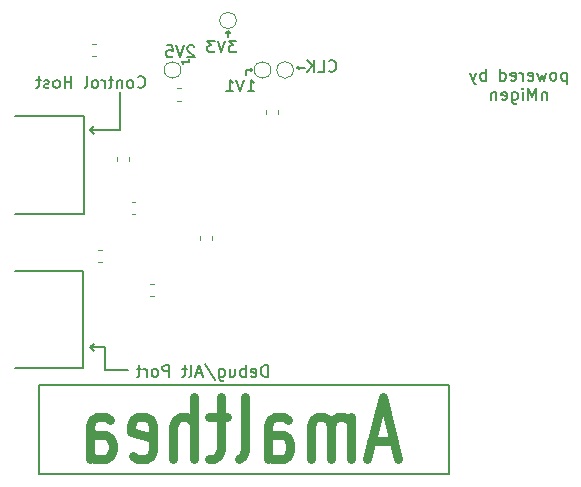
<source format=gbo>
G04 #@! TF.GenerationSoftware,KiCad,Pcbnew,5.1.5-52549c5~84~ubuntu18.04.1*
G04 #@! TF.CreationDate,2020-04-21T12:23:25+01:00*
G04 #@! TF.ProjectId,amalthea_rev0,616d616c-7468-4656-915f-726576302e6b,rev?*
G04 #@! TF.SameCoordinates,Original*
G04 #@! TF.FileFunction,Legend,Bot*
G04 #@! TF.FilePolarity,Positive*
%FSLAX46Y46*%
G04 Gerber Fmt 4.6, Leading zero omitted, Abs format (unit mm)*
G04 Created by KiCad (PCBNEW 5.1.5-52549c5~84~ubuntu18.04.1) date 2020-04-21 12:23:25*
%MOMM*%
%LPD*%
G04 APERTURE LIST*
%ADD10C,0.203200*%
%ADD11C,0.150000*%
%ADD12C,0.750000*%
%ADD13C,0.120000*%
G04 APERTURE END LIST*
D10*
X110250000Y-73700000D02*
X110100000Y-73550000D01*
X109950000Y-73700000D02*
X110250000Y-73700000D01*
X110100000Y-73550000D02*
X109950000Y-73700000D01*
X110100000Y-73600000D02*
X110100000Y-74050000D01*
D11*
X138770809Y-77065714D02*
X138770809Y-78065714D01*
X138770809Y-77113333D02*
X138675571Y-77065714D01*
X138485095Y-77065714D01*
X138389857Y-77113333D01*
X138342238Y-77160952D01*
X138294619Y-77256190D01*
X138294619Y-77541904D01*
X138342238Y-77637142D01*
X138389857Y-77684761D01*
X138485095Y-77732380D01*
X138675571Y-77732380D01*
X138770809Y-77684761D01*
X137723190Y-77732380D02*
X137818428Y-77684761D01*
X137866047Y-77637142D01*
X137913666Y-77541904D01*
X137913666Y-77256190D01*
X137866047Y-77160952D01*
X137818428Y-77113333D01*
X137723190Y-77065714D01*
X137580333Y-77065714D01*
X137485095Y-77113333D01*
X137437476Y-77160952D01*
X137389857Y-77256190D01*
X137389857Y-77541904D01*
X137437476Y-77637142D01*
X137485095Y-77684761D01*
X137580333Y-77732380D01*
X137723190Y-77732380D01*
X137056523Y-77065714D02*
X136866047Y-77732380D01*
X136675571Y-77256190D01*
X136485095Y-77732380D01*
X136294619Y-77065714D01*
X135532714Y-77684761D02*
X135627952Y-77732380D01*
X135818428Y-77732380D01*
X135913666Y-77684761D01*
X135961285Y-77589523D01*
X135961285Y-77208571D01*
X135913666Y-77113333D01*
X135818428Y-77065714D01*
X135627952Y-77065714D01*
X135532714Y-77113333D01*
X135485095Y-77208571D01*
X135485095Y-77303809D01*
X135961285Y-77399047D01*
X135056523Y-77732380D02*
X135056523Y-77065714D01*
X135056523Y-77256190D02*
X135008904Y-77160952D01*
X134961285Y-77113333D01*
X134866047Y-77065714D01*
X134770809Y-77065714D01*
X134056523Y-77684761D02*
X134151761Y-77732380D01*
X134342238Y-77732380D01*
X134437476Y-77684761D01*
X134485095Y-77589523D01*
X134485095Y-77208571D01*
X134437476Y-77113333D01*
X134342238Y-77065714D01*
X134151761Y-77065714D01*
X134056523Y-77113333D01*
X134008904Y-77208571D01*
X134008904Y-77303809D01*
X134485095Y-77399047D01*
X133151761Y-77732380D02*
X133151761Y-76732380D01*
X133151761Y-77684761D02*
X133247000Y-77732380D01*
X133437476Y-77732380D01*
X133532714Y-77684761D01*
X133580333Y-77637142D01*
X133627952Y-77541904D01*
X133627952Y-77256190D01*
X133580333Y-77160952D01*
X133532714Y-77113333D01*
X133437476Y-77065714D01*
X133247000Y-77065714D01*
X133151761Y-77113333D01*
X131913666Y-77732380D02*
X131913666Y-76732380D01*
X131913666Y-77113333D02*
X131818428Y-77065714D01*
X131627952Y-77065714D01*
X131532714Y-77113333D01*
X131485095Y-77160952D01*
X131437476Y-77256190D01*
X131437476Y-77541904D01*
X131485095Y-77637142D01*
X131532714Y-77684761D01*
X131627952Y-77732380D01*
X131818428Y-77732380D01*
X131913666Y-77684761D01*
X131104142Y-77065714D02*
X130866047Y-77732380D01*
X130627952Y-77065714D02*
X130866047Y-77732380D01*
X130961285Y-77970476D01*
X131008904Y-78018095D01*
X131104142Y-78065714D01*
X137104142Y-78715714D02*
X137104142Y-79382380D01*
X137104142Y-78810952D02*
X137056523Y-78763333D01*
X136961285Y-78715714D01*
X136818428Y-78715714D01*
X136723190Y-78763333D01*
X136675571Y-78858571D01*
X136675571Y-79382380D01*
X136199380Y-79382380D02*
X136199380Y-78382380D01*
X135866047Y-79096666D01*
X135532714Y-78382380D01*
X135532714Y-79382380D01*
X135056523Y-79382380D02*
X135056523Y-78715714D01*
X135056523Y-78382380D02*
X135104142Y-78430000D01*
X135056523Y-78477619D01*
X135008904Y-78430000D01*
X135056523Y-78382380D01*
X135056523Y-78477619D01*
X134151761Y-78715714D02*
X134151761Y-79525238D01*
X134199380Y-79620476D01*
X134247000Y-79668095D01*
X134342238Y-79715714D01*
X134485095Y-79715714D01*
X134580333Y-79668095D01*
X134151761Y-79334761D02*
X134247000Y-79382380D01*
X134437476Y-79382380D01*
X134532714Y-79334761D01*
X134580333Y-79287142D01*
X134627952Y-79191904D01*
X134627952Y-78906190D01*
X134580333Y-78810952D01*
X134532714Y-78763333D01*
X134437476Y-78715714D01*
X134247000Y-78715714D01*
X134151761Y-78763333D01*
X133294619Y-79334761D02*
X133389857Y-79382380D01*
X133580333Y-79382380D01*
X133675571Y-79334761D01*
X133723190Y-79239523D01*
X133723190Y-78858571D01*
X133675571Y-78763333D01*
X133580333Y-78715714D01*
X133389857Y-78715714D01*
X133294619Y-78763333D01*
X133247000Y-78858571D01*
X133247000Y-78953809D01*
X133723190Y-79049047D01*
X132818428Y-78715714D02*
X132818428Y-79382380D01*
X132818428Y-78810952D02*
X132770809Y-78763333D01*
X132675571Y-78715714D01*
X132532714Y-78715714D01*
X132437476Y-78763333D01*
X132389857Y-78858571D01*
X132389857Y-79382380D01*
D10*
X106172000Y-76200000D02*
X106299000Y-76327000D01*
X106172000Y-76200000D02*
X106299000Y-76073000D01*
X106807000Y-76200000D02*
X106172000Y-76200000D01*
X106807000Y-75946000D02*
X106807000Y-76200000D01*
D11*
X107235476Y-74858619D02*
X107187857Y-74811000D01*
X107092619Y-74763380D01*
X106854523Y-74763380D01*
X106759285Y-74811000D01*
X106711666Y-74858619D01*
X106664047Y-74953857D01*
X106664047Y-75049095D01*
X106711666Y-75191952D01*
X107283095Y-75763380D01*
X106664047Y-75763380D01*
X106378333Y-74763380D02*
X106045000Y-75763380D01*
X105711666Y-74763380D01*
X104902142Y-74763380D02*
X105378333Y-74763380D01*
X105425952Y-75239571D01*
X105378333Y-75191952D01*
X105283095Y-75144333D01*
X105045000Y-75144333D01*
X104949761Y-75191952D01*
X104902142Y-75239571D01*
X104854523Y-75334809D01*
X104854523Y-75572904D01*
X104902142Y-75668142D01*
X104949761Y-75715761D01*
X105045000Y-75763380D01*
X105283095Y-75763380D01*
X105378333Y-75715761D01*
X105425952Y-75668142D01*
X110788095Y-74352380D02*
X110169047Y-74352380D01*
X110502380Y-74733333D01*
X110359523Y-74733333D01*
X110264285Y-74780952D01*
X110216666Y-74828571D01*
X110169047Y-74923809D01*
X110169047Y-75161904D01*
X110216666Y-75257142D01*
X110264285Y-75304761D01*
X110359523Y-75352380D01*
X110645238Y-75352380D01*
X110740476Y-75304761D01*
X110788095Y-75257142D01*
X109883333Y-74352380D02*
X109550000Y-75352380D01*
X109216666Y-74352380D01*
X108978571Y-74352380D02*
X108359523Y-74352380D01*
X108692857Y-74733333D01*
X108550000Y-74733333D01*
X108454761Y-74780952D01*
X108407142Y-74828571D01*
X108359523Y-74923809D01*
X108359523Y-75161904D01*
X108407142Y-75257142D01*
X108454761Y-75304761D01*
X108550000Y-75352380D01*
X108835714Y-75352380D01*
X108930952Y-75304761D01*
X108978571Y-75257142D01*
X111769047Y-78652380D02*
X112340476Y-78652380D01*
X112054761Y-78652380D02*
X112054761Y-77652380D01*
X112150000Y-77795238D01*
X112245238Y-77890476D01*
X112340476Y-77938095D01*
X111483333Y-77652380D02*
X111150000Y-78652380D01*
X110816666Y-77652380D01*
X109959523Y-78652380D02*
X110530952Y-78652380D01*
X110245238Y-78652380D02*
X110245238Y-77652380D01*
X110340476Y-77795238D01*
X110435714Y-77890476D01*
X110530952Y-77938095D01*
X118645238Y-76907142D02*
X118692857Y-76954761D01*
X118835714Y-77002380D01*
X118930952Y-77002380D01*
X119073809Y-76954761D01*
X119169047Y-76859523D01*
X119216666Y-76764285D01*
X119264285Y-76573809D01*
X119264285Y-76430952D01*
X119216666Y-76240476D01*
X119169047Y-76145238D01*
X119073809Y-76050000D01*
X118930952Y-76002380D01*
X118835714Y-76002380D01*
X118692857Y-76050000D01*
X118645238Y-76097619D01*
X117740476Y-77002380D02*
X118216666Y-77002380D01*
X118216666Y-76002380D01*
X117407142Y-77002380D02*
X117407142Y-76002380D01*
X116835714Y-77002380D02*
X117264285Y-76430952D01*
X116835714Y-76002380D02*
X117407142Y-76573809D01*
D10*
X112141000Y-76835000D02*
X112014000Y-76708000D01*
X111887000Y-76835000D02*
X111633000Y-76835000D01*
X112141000Y-76835000D02*
X112014000Y-76962000D01*
X111887000Y-76835000D02*
X112141000Y-76835000D01*
X111633000Y-76835000D02*
X111633000Y-77300000D01*
X115951000Y-76662000D02*
X116078000Y-76789000D01*
X116078000Y-76535000D02*
X115951000Y-76662000D01*
X115951000Y-76662000D02*
X116078000Y-76535000D01*
X116586000Y-76662000D02*
X115951000Y-76662000D01*
D11*
X102470976Y-78271642D02*
X102518595Y-78319261D01*
X102661452Y-78366880D01*
X102756690Y-78366880D01*
X102899547Y-78319261D01*
X102994785Y-78224023D01*
X103042404Y-78128785D01*
X103090023Y-77938309D01*
X103090023Y-77795452D01*
X103042404Y-77604976D01*
X102994785Y-77509738D01*
X102899547Y-77414500D01*
X102756690Y-77366880D01*
X102661452Y-77366880D01*
X102518595Y-77414500D01*
X102470976Y-77462119D01*
X101899547Y-78366880D02*
X101994785Y-78319261D01*
X102042404Y-78271642D01*
X102090023Y-78176404D01*
X102090023Y-77890690D01*
X102042404Y-77795452D01*
X101994785Y-77747833D01*
X101899547Y-77700214D01*
X101756690Y-77700214D01*
X101661452Y-77747833D01*
X101613833Y-77795452D01*
X101566214Y-77890690D01*
X101566214Y-78176404D01*
X101613833Y-78271642D01*
X101661452Y-78319261D01*
X101756690Y-78366880D01*
X101899547Y-78366880D01*
X101137642Y-77700214D02*
X101137642Y-78366880D01*
X101137642Y-77795452D02*
X101090023Y-77747833D01*
X100994785Y-77700214D01*
X100851928Y-77700214D01*
X100756690Y-77747833D01*
X100709071Y-77843071D01*
X100709071Y-78366880D01*
X100375738Y-77700214D02*
X99994785Y-77700214D01*
X100232880Y-77366880D02*
X100232880Y-78224023D01*
X100185261Y-78319261D01*
X100090023Y-78366880D01*
X99994785Y-78366880D01*
X99661452Y-78366880D02*
X99661452Y-77700214D01*
X99661452Y-77890690D02*
X99613833Y-77795452D01*
X99566214Y-77747833D01*
X99470976Y-77700214D01*
X99375738Y-77700214D01*
X98899547Y-78366880D02*
X98994785Y-78319261D01*
X99042404Y-78271642D01*
X99090023Y-78176404D01*
X99090023Y-77890690D01*
X99042404Y-77795452D01*
X98994785Y-77747833D01*
X98899547Y-77700214D01*
X98756690Y-77700214D01*
X98661452Y-77747833D01*
X98613833Y-77795452D01*
X98566214Y-77890690D01*
X98566214Y-78176404D01*
X98613833Y-78271642D01*
X98661452Y-78319261D01*
X98756690Y-78366880D01*
X98899547Y-78366880D01*
X97994785Y-78366880D02*
X98090023Y-78319261D01*
X98137642Y-78224023D01*
X98137642Y-77366880D01*
X96851928Y-78366880D02*
X96851928Y-77366880D01*
X96851928Y-77843071D02*
X96280500Y-77843071D01*
X96280500Y-78366880D02*
X96280500Y-77366880D01*
X95661452Y-78366880D02*
X95756690Y-78319261D01*
X95804309Y-78271642D01*
X95851928Y-78176404D01*
X95851928Y-77890690D01*
X95804309Y-77795452D01*
X95756690Y-77747833D01*
X95661452Y-77700214D01*
X95518595Y-77700214D01*
X95423357Y-77747833D01*
X95375738Y-77795452D01*
X95328119Y-77890690D01*
X95328119Y-78176404D01*
X95375738Y-78271642D01*
X95423357Y-78319261D01*
X95518595Y-78366880D01*
X95661452Y-78366880D01*
X94947166Y-78319261D02*
X94851928Y-78366880D01*
X94661452Y-78366880D01*
X94566214Y-78319261D01*
X94518595Y-78224023D01*
X94518595Y-78176404D01*
X94566214Y-78081166D01*
X94661452Y-78033547D01*
X94804309Y-78033547D01*
X94899547Y-77985928D01*
X94947166Y-77890690D01*
X94947166Y-77843071D01*
X94899547Y-77747833D01*
X94804309Y-77700214D01*
X94661452Y-77700214D01*
X94566214Y-77747833D01*
X94232880Y-77700214D02*
X93851928Y-77700214D01*
X94090023Y-77366880D02*
X94090023Y-78224023D01*
X94042404Y-78319261D01*
X93947166Y-78366880D01*
X93851928Y-78366880D01*
D10*
X94107000Y-103505000D02*
X128841500Y-103505000D01*
X98425000Y-81915000D02*
X98742500Y-82232500D01*
X98425000Y-81915000D02*
X98742500Y-81597500D01*
X99060000Y-81915000D02*
X98425000Y-81915000D01*
X100965000Y-81915000D02*
X99060000Y-81915000D01*
X100965000Y-78740000D02*
X100965000Y-81915000D01*
X98425000Y-100330000D02*
X98742500Y-100647500D01*
X98425000Y-100330000D02*
X98742500Y-100012500D01*
X99695000Y-100330000D02*
X98425000Y-100330000D01*
X99695000Y-102235000D02*
X99695000Y-100330000D01*
X101600000Y-102235000D02*
X99695000Y-102235000D01*
X128841500Y-111061500D02*
X128841500Y-103505000D01*
X94107000Y-111061500D02*
X128841500Y-111061500D01*
X94107000Y-103505000D02*
X94107000Y-111061500D01*
D12*
X124152380Y-108253500D02*
X122247619Y-108253500D01*
X124533333Y-109753500D02*
X123200000Y-104503500D01*
X121866666Y-109753500D01*
X120533333Y-109753500D02*
X120533333Y-106253500D01*
X120533333Y-106753500D02*
X120342857Y-106503500D01*
X119961904Y-106253500D01*
X119390476Y-106253500D01*
X119009523Y-106503500D01*
X118819047Y-107003500D01*
X118819047Y-109753500D01*
X118819047Y-107003500D02*
X118628571Y-106503500D01*
X118247619Y-106253500D01*
X117676190Y-106253500D01*
X117295238Y-106503500D01*
X117104761Y-107003500D01*
X117104761Y-109753500D01*
X113485714Y-109753500D02*
X113485714Y-107003500D01*
X113676190Y-106503500D01*
X114057142Y-106253500D01*
X114819047Y-106253500D01*
X115200000Y-106503500D01*
X113485714Y-109503500D02*
X113866666Y-109753500D01*
X114819047Y-109753500D01*
X115200000Y-109503500D01*
X115390476Y-109003500D01*
X115390476Y-108503500D01*
X115200000Y-108003500D01*
X114819047Y-107753500D01*
X113866666Y-107753500D01*
X113485714Y-107503500D01*
X111009523Y-109753500D02*
X111390476Y-109503500D01*
X111580952Y-109003500D01*
X111580952Y-104503500D01*
X110057142Y-106253500D02*
X108533333Y-106253500D01*
X109485714Y-104503500D02*
X109485714Y-109003500D01*
X109295238Y-109503500D01*
X108914285Y-109753500D01*
X108533333Y-109753500D01*
X107200000Y-109753500D02*
X107200000Y-104503500D01*
X105485714Y-109753500D02*
X105485714Y-107003500D01*
X105676190Y-106503500D01*
X106057142Y-106253500D01*
X106628571Y-106253500D01*
X107009523Y-106503500D01*
X107200000Y-106753500D01*
X102057142Y-109503500D02*
X102438095Y-109753500D01*
X103200000Y-109753500D01*
X103580952Y-109503500D01*
X103771428Y-109003500D01*
X103771428Y-107003500D01*
X103580952Y-106503500D01*
X103200000Y-106253500D01*
X102438095Y-106253500D01*
X102057142Y-106503500D01*
X101866666Y-107003500D01*
X101866666Y-107503500D01*
X103771428Y-108003500D01*
X98438095Y-109753500D02*
X98438095Y-107003500D01*
X98628571Y-106503500D01*
X99009523Y-106253500D01*
X99771428Y-106253500D01*
X100152380Y-106503500D01*
X98438095Y-109503500D02*
X98819047Y-109753500D01*
X99771428Y-109753500D01*
X100152380Y-109503500D01*
X100342857Y-109003500D01*
X100342857Y-108503500D01*
X100152380Y-108003500D01*
X99771428Y-107753500D01*
X98819047Y-107753500D01*
X98438095Y-107503500D01*
D11*
X113456404Y-102814380D02*
X113456404Y-101814380D01*
X113218309Y-101814380D01*
X113075452Y-101862000D01*
X112980214Y-101957238D01*
X112932595Y-102052476D01*
X112884976Y-102242952D01*
X112884976Y-102385809D01*
X112932595Y-102576285D01*
X112980214Y-102671523D01*
X113075452Y-102766761D01*
X113218309Y-102814380D01*
X113456404Y-102814380D01*
X112075452Y-102766761D02*
X112170690Y-102814380D01*
X112361166Y-102814380D01*
X112456404Y-102766761D01*
X112504023Y-102671523D01*
X112504023Y-102290571D01*
X112456404Y-102195333D01*
X112361166Y-102147714D01*
X112170690Y-102147714D01*
X112075452Y-102195333D01*
X112027833Y-102290571D01*
X112027833Y-102385809D01*
X112504023Y-102481047D01*
X111599261Y-102814380D02*
X111599261Y-101814380D01*
X111599261Y-102195333D02*
X111504023Y-102147714D01*
X111313547Y-102147714D01*
X111218309Y-102195333D01*
X111170690Y-102242952D01*
X111123071Y-102338190D01*
X111123071Y-102623904D01*
X111170690Y-102719142D01*
X111218309Y-102766761D01*
X111313547Y-102814380D01*
X111504023Y-102814380D01*
X111599261Y-102766761D01*
X110265928Y-102147714D02*
X110265928Y-102814380D01*
X110694500Y-102147714D02*
X110694500Y-102671523D01*
X110646880Y-102766761D01*
X110551642Y-102814380D01*
X110408785Y-102814380D01*
X110313547Y-102766761D01*
X110265928Y-102719142D01*
X109361166Y-102147714D02*
X109361166Y-102957238D01*
X109408785Y-103052476D01*
X109456404Y-103100095D01*
X109551642Y-103147714D01*
X109694500Y-103147714D01*
X109789738Y-103100095D01*
X109361166Y-102766761D02*
X109456404Y-102814380D01*
X109646880Y-102814380D01*
X109742119Y-102766761D01*
X109789738Y-102719142D01*
X109837357Y-102623904D01*
X109837357Y-102338190D01*
X109789738Y-102242952D01*
X109742119Y-102195333D01*
X109646880Y-102147714D01*
X109456404Y-102147714D01*
X109361166Y-102195333D01*
X108170690Y-101766761D02*
X109027833Y-103052476D01*
X107884976Y-102528666D02*
X107408785Y-102528666D01*
X107980214Y-102814380D02*
X107646880Y-101814380D01*
X107313547Y-102814380D01*
X106837357Y-102814380D02*
X106932595Y-102766761D01*
X106980214Y-102671523D01*
X106980214Y-101814380D01*
X106599261Y-102147714D02*
X106218309Y-102147714D01*
X106456404Y-101814380D02*
X106456404Y-102671523D01*
X106408785Y-102766761D01*
X106313547Y-102814380D01*
X106218309Y-102814380D01*
X105123071Y-102814380D02*
X105123071Y-101814380D01*
X104742119Y-101814380D01*
X104646880Y-101862000D01*
X104599261Y-101909619D01*
X104551642Y-102004857D01*
X104551642Y-102147714D01*
X104599261Y-102242952D01*
X104646880Y-102290571D01*
X104742119Y-102338190D01*
X105123071Y-102338190D01*
X103980214Y-102814380D02*
X104075452Y-102766761D01*
X104123071Y-102719142D01*
X104170690Y-102623904D01*
X104170690Y-102338190D01*
X104123071Y-102242952D01*
X104075452Y-102195333D01*
X103980214Y-102147714D01*
X103837357Y-102147714D01*
X103742119Y-102195333D01*
X103694500Y-102242952D01*
X103646880Y-102338190D01*
X103646880Y-102623904D01*
X103694500Y-102719142D01*
X103742119Y-102766761D01*
X103837357Y-102814380D01*
X103980214Y-102814380D01*
X103218309Y-102814380D02*
X103218309Y-102147714D01*
X103218309Y-102338190D02*
X103170690Y-102242952D01*
X103123071Y-102195333D01*
X103027833Y-102147714D01*
X102932595Y-102147714D01*
X102742119Y-102147714D02*
X102361166Y-102147714D01*
X102599261Y-101814380D02*
X102599261Y-102671523D01*
X102551642Y-102766761D01*
X102456404Y-102814380D01*
X102361166Y-102814380D01*
D10*
X97790000Y-102108000D02*
X92075000Y-102108000D01*
X97790000Y-93853000D02*
X97790000Y-102108000D01*
X92075000Y-93853000D02*
X97790000Y-93853000D01*
X97917000Y-89027000D02*
X92075000Y-89027000D01*
X97917000Y-80772000D02*
X97917000Y-89027000D01*
X92075000Y-80772000D02*
X97917000Y-80772000D01*
D13*
X106110000Y-76835000D02*
G75*
G03X106110000Y-76835000I-700000J0D01*
G01*
X113730000Y-76835000D02*
G75*
G03X113730000Y-76835000I-700000J0D01*
G01*
X110809000Y-72644000D02*
G75*
G03X110809000Y-72644000I-700000J0D01*
G01*
X114302000Y-80553779D02*
X114302000Y-80228221D01*
X113282000Y-80553779D02*
X113282000Y-80228221D01*
X108739400Y-90921621D02*
X108739400Y-91247179D01*
X107719400Y-90921621D02*
X107719400Y-91247179D01*
X98943279Y-74674000D02*
X98617721Y-74674000D01*
X98943279Y-75694000D02*
X98617721Y-75694000D01*
X106134119Y-78402720D02*
X105808561Y-78402720D01*
X106134119Y-79422720D02*
X105808561Y-79422720D01*
X115635000Y-76835000D02*
G75*
G03X115635000Y-76835000I-700000J0D01*
G01*
X99400479Y-92098400D02*
X99074921Y-92098400D01*
X99400479Y-93118400D02*
X99074921Y-93118400D01*
X103820079Y-95963200D02*
X103494521Y-95963200D01*
X103820079Y-94943200D02*
X103494521Y-94943200D01*
X100734400Y-84566879D02*
X100734400Y-84241321D01*
X101754400Y-84566879D02*
X101754400Y-84241321D01*
X102262779Y-87990000D02*
X101937221Y-87990000D01*
X102262779Y-89010000D02*
X101937221Y-89010000D01*
M02*

</source>
